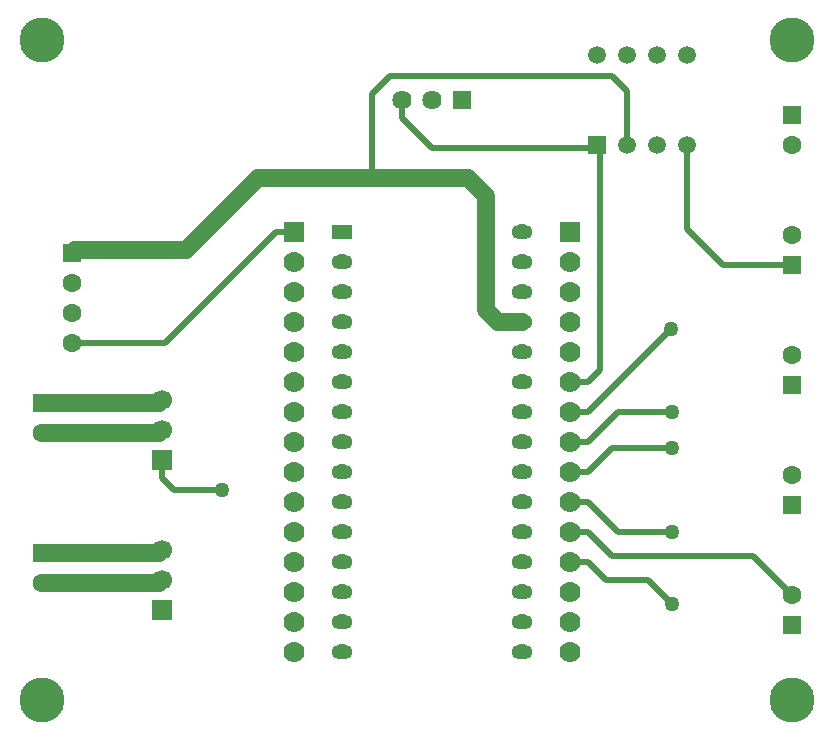
<source format=gbl>
G04 Layer_Physical_Order=2*
G04 Layer_Color=11436288*
%FSLAX25Y25*%
%MOIN*%
G70*
G01*
G75*
%ADD17C,0.02000*%
%ADD18C,0.06000*%
%ADD19R,0.06299X0.06299*%
%ADD20C,0.06299*%
%ADD21C,0.06400*%
%ADD22R,0.06400X0.06400*%
%ADD23R,0.05906X0.05906*%
%ADD24C,0.05906*%
%ADD25C,0.15000*%
%ADD26R,0.06693X0.06693*%
%ADD27C,0.06693*%
%ADD28R,0.07000X0.07000*%
%ADD29C,0.07000*%
%ADD30O,0.07000X0.05000*%
%ADD31R,0.07000X0.05000*%
%ADD32C,0.05000*%
D17*
X180000Y339000D02*
X211000D01*
X385000Y377000D02*
Y405000D01*
Y377000D02*
X397000Y365000D01*
X420000D01*
X365000Y405000D02*
Y423000D01*
X360000Y428000D02*
X365000Y423000D01*
X286000Y428000D02*
X360000D01*
X280000Y422000D02*
X286000Y428000D01*
X280000Y394000D02*
Y422000D01*
X300000Y404000D02*
X356000D01*
X290000Y414000D02*
Y420000D01*
Y414000D02*
X300000Y404000D01*
X356000Y330000D02*
Y404000D01*
X248000Y376000D02*
X254000D01*
X211000Y339000D02*
X248000Y376000D01*
X352000Y326000D02*
X356000Y330000D01*
X346000Y326000D02*
X352000D01*
X346000Y316000D02*
X352000D01*
X379705Y343705D01*
X346000Y306000D02*
X352000D01*
X362000Y316000D01*
X380000D01*
X372000Y260000D02*
X380000Y252000D01*
X358000Y260000D02*
X372000D01*
X352000Y266000D02*
X358000Y260000D01*
X346000Y266000D02*
X352000D01*
X407000Y268000D02*
X420000Y255000D01*
X360000Y268000D02*
X407000D01*
X352000Y276000D02*
X360000Y268000D01*
X346000Y276000D02*
X352000D01*
X346000Y286000D02*
X352000D01*
X362000Y276000D01*
X380000D01*
X346000Y296000D02*
X352000D01*
X360000Y304000D01*
X380000D01*
X214000Y290000D02*
X230000D01*
X210000Y294000D02*
X214000Y290000D01*
X210000Y294000D02*
Y300000D01*
D18*
X170000Y259000D02*
X209000D01*
X170000Y269000D02*
X209000D01*
X170000Y309000D02*
X209000D01*
X170000Y319000D02*
X209000D01*
X181000Y370000D02*
X218000D01*
X280000Y394000D02*
X312000D01*
X242000D02*
X280000D01*
X318000Y350000D02*
Y388000D01*
X312000Y394000D02*
X318000Y388000D01*
X218000Y370000D02*
X242000Y394000D01*
X318000Y350000D02*
X322000Y346000D01*
X330000D01*
D19*
X420000Y365000D02*
D03*
Y415000D02*
D03*
X170000Y319000D02*
D03*
X180000Y369000D02*
D03*
X420000Y245000D02*
D03*
X170000Y269000D02*
D03*
X420000Y285000D02*
D03*
Y325000D02*
D03*
D20*
Y375000D02*
D03*
Y405000D02*
D03*
X170000Y309000D02*
D03*
X180000Y339000D02*
D03*
Y349000D02*
D03*
Y359000D02*
D03*
X420000Y255000D02*
D03*
X170000Y259000D02*
D03*
X420000Y295000D02*
D03*
Y335000D02*
D03*
D21*
X290000Y420000D02*
D03*
X300000D02*
D03*
D22*
X310000D02*
D03*
D23*
X355000Y405000D02*
D03*
D24*
X365000D02*
D03*
X375000D02*
D03*
X385000D02*
D03*
X355000Y435000D02*
D03*
X365000D02*
D03*
X375000D02*
D03*
X385000D02*
D03*
D25*
X420000Y220000D02*
D03*
X170000D02*
D03*
X420000Y440000D02*
D03*
X170000D02*
D03*
D26*
X210000Y300000D02*
D03*
Y250000D02*
D03*
D27*
Y310000D02*
D03*
Y320000D02*
D03*
Y260000D02*
D03*
Y270000D02*
D03*
D28*
X254000Y376000D02*
D03*
X346000D02*
D03*
D29*
X254000Y366000D02*
D03*
Y356000D02*
D03*
Y346000D02*
D03*
Y336000D02*
D03*
Y326000D02*
D03*
Y316000D02*
D03*
Y306000D02*
D03*
Y296000D02*
D03*
Y286000D02*
D03*
Y276000D02*
D03*
Y266000D02*
D03*
Y256000D02*
D03*
Y246000D02*
D03*
Y236000D02*
D03*
X346000Y366000D02*
D03*
Y356000D02*
D03*
Y346000D02*
D03*
Y336000D02*
D03*
Y326000D02*
D03*
Y316000D02*
D03*
Y306000D02*
D03*
Y296000D02*
D03*
Y286000D02*
D03*
Y276000D02*
D03*
Y266000D02*
D03*
Y256000D02*
D03*
Y246000D02*
D03*
Y236000D02*
D03*
D30*
X330000D02*
D03*
Y246000D02*
D03*
Y256000D02*
D03*
Y266000D02*
D03*
Y276000D02*
D03*
Y286000D02*
D03*
Y296000D02*
D03*
Y306000D02*
D03*
Y316000D02*
D03*
Y326000D02*
D03*
Y336000D02*
D03*
Y346000D02*
D03*
Y356000D02*
D03*
Y366000D02*
D03*
Y376000D02*
D03*
X270000Y236000D02*
D03*
Y246000D02*
D03*
Y256000D02*
D03*
Y266000D02*
D03*
Y276000D02*
D03*
Y286000D02*
D03*
Y296000D02*
D03*
Y306000D02*
D03*
Y316000D02*
D03*
Y326000D02*
D03*
Y336000D02*
D03*
Y346000D02*
D03*
Y356000D02*
D03*
Y366000D02*
D03*
D31*
Y376000D02*
D03*
D32*
X379705Y343705D02*
D03*
X380000Y316000D02*
D03*
Y252000D02*
D03*
Y276000D02*
D03*
Y304000D02*
D03*
X230000Y290000D02*
D03*
M02*

</source>
